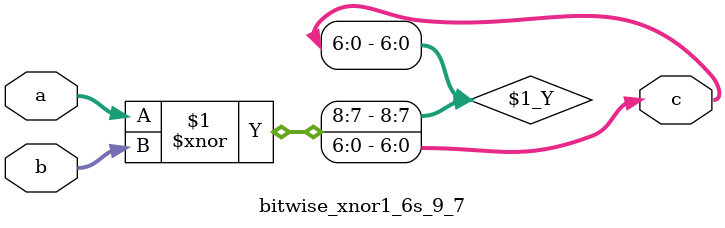
<source format=v>
module bitwise_xnor1_6s_9_7(a, b, c);
  input signed [5:0] a;
  input [8:0] b;
  output [6:0] c;
  assign c = a ~^ b;
endmodule

</source>
